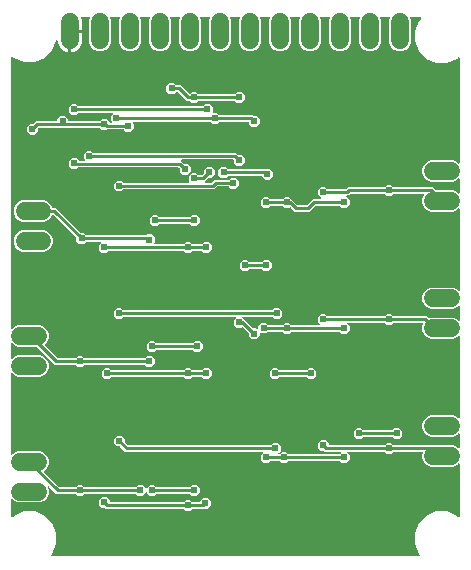
<source format=gbr>
G04 EAGLE Gerber RS-274X export*
G75*
%MOMM*%
%FSLAX34Y34*%
%LPD*%
%INBottom Copper*%
%IPPOS*%
%AMOC8*
5,1,8,0,0,1.08239X$1,22.5*%
G01*
G04 Define Apertures*
%ADD10C,1.524000*%
%ADD11C,1.500000*%
%ADD12C,0.604000*%
%ADD13C,0.254000*%
G36*
X356019Y10220D02*
X355721Y10160D01*
X44329Y10160D01*
X44065Y10207D01*
X43807Y10366D01*
X43632Y10614D01*
X43567Y10910D01*
X43622Y11208D01*
X43790Y11461D01*
X44780Y12451D01*
X48260Y20853D01*
X48260Y29947D01*
X44780Y38349D01*
X38349Y44780D01*
X29947Y48260D01*
X20853Y48260D01*
X12451Y44780D01*
X11461Y43790D01*
X11241Y43637D01*
X10946Y43567D01*
X10647Y43618D01*
X10392Y43781D01*
X10220Y44031D01*
X10160Y44329D01*
X10160Y58029D01*
X10207Y58292D01*
X10366Y58550D01*
X10614Y58725D01*
X10910Y58790D01*
X11208Y58735D01*
X11461Y58567D01*
X12788Y57240D01*
X16105Y55866D01*
X34695Y55866D01*
X38012Y57240D01*
X40550Y59778D01*
X41924Y63095D01*
X41924Y66685D01*
X41177Y68489D01*
X41120Y68744D01*
X41166Y69043D01*
X41325Y69302D01*
X41573Y69477D01*
X41869Y69542D01*
X42167Y69486D01*
X42420Y69319D01*
X48493Y63246D01*
X64632Y63246D01*
X64918Y63190D01*
X65171Y63023D01*
X66698Y61496D01*
X70462Y61496D01*
X71989Y63023D01*
X72231Y63186D01*
X72528Y63246D01*
X115432Y63246D01*
X115718Y63190D01*
X115971Y63023D01*
X117498Y61496D01*
X121262Y61496D01*
X123921Y64155D01*
X124152Y64313D01*
X124448Y64378D01*
X124746Y64323D01*
X124999Y64155D01*
X127658Y61496D01*
X131422Y61496D01*
X132949Y63023D01*
X133191Y63186D01*
X133488Y63246D01*
X161152Y63246D01*
X161438Y63190D01*
X161691Y63023D01*
X163218Y61496D01*
X166982Y61496D01*
X169644Y64158D01*
X169644Y67922D01*
X166982Y70584D01*
X163218Y70584D01*
X161691Y69057D01*
X161449Y68894D01*
X161152Y68834D01*
X133488Y68834D01*
X133202Y68890D01*
X132949Y69057D01*
X131422Y70584D01*
X127658Y70584D01*
X124999Y67925D01*
X124768Y67767D01*
X124472Y67702D01*
X124174Y67758D01*
X123921Y67925D01*
X121262Y70584D01*
X117498Y70584D01*
X115971Y69057D01*
X115729Y68894D01*
X115432Y68834D01*
X72528Y68834D01*
X72242Y68890D01*
X71989Y69057D01*
X70462Y70584D01*
X66698Y70584D01*
X65171Y69057D01*
X64929Y68894D01*
X64632Y68834D01*
X51123Y68834D01*
X50837Y68890D01*
X50584Y69057D01*
X38045Y81596D01*
X37887Y81826D01*
X37822Y82123D01*
X37878Y82421D01*
X38045Y82674D01*
X40550Y85178D01*
X41924Y88495D01*
X41924Y92085D01*
X40550Y95402D01*
X38012Y97940D01*
X34695Y99314D01*
X16105Y99314D01*
X12788Y97940D01*
X11461Y96613D01*
X11241Y96460D01*
X10946Y96390D01*
X10647Y96441D01*
X10392Y96604D01*
X10220Y96854D01*
X10160Y97151D01*
X10160Y164589D01*
X10207Y164852D01*
X10366Y165110D01*
X10614Y165285D01*
X10910Y165350D01*
X11208Y165295D01*
X11461Y165127D01*
X12788Y163800D01*
X16105Y162426D01*
X34695Y162426D01*
X38012Y163800D01*
X40550Y166338D01*
X41924Y169655D01*
X41924Y173245D01*
X40550Y176562D01*
X38012Y179100D01*
X34695Y180474D01*
X16105Y180474D01*
X12788Y179100D01*
X11461Y177773D01*
X11241Y177620D01*
X10946Y177550D01*
X10647Y177601D01*
X10392Y177764D01*
X10220Y178014D01*
X10160Y178311D01*
X10160Y189989D01*
X10207Y190252D01*
X10366Y190510D01*
X10614Y190685D01*
X10910Y190750D01*
X11208Y190695D01*
X11461Y190527D01*
X12788Y189200D01*
X16105Y187826D01*
X31427Y187826D01*
X31713Y187770D01*
X31966Y187603D01*
X47103Y172466D01*
X64632Y172466D01*
X64918Y172410D01*
X65171Y172243D01*
X66698Y170716D01*
X70462Y170716D01*
X71989Y172243D01*
X72231Y172406D01*
X72528Y172466D01*
X123052Y172466D01*
X123338Y172410D01*
X123591Y172243D01*
X125118Y170716D01*
X128882Y170716D01*
X131544Y173378D01*
X131544Y177142D01*
X128882Y179804D01*
X125118Y179804D01*
X123591Y178277D01*
X123349Y178114D01*
X123052Y178054D01*
X72528Y178054D01*
X72242Y178110D01*
X71989Y178277D01*
X70462Y179804D01*
X66698Y179804D01*
X65171Y178277D01*
X64929Y178114D01*
X64632Y178054D01*
X49733Y178054D01*
X49447Y178110D01*
X49194Y178277D01*
X38680Y188791D01*
X38522Y189021D01*
X38457Y189318D01*
X38513Y189616D01*
X38680Y189869D01*
X40550Y191738D01*
X41924Y195055D01*
X41924Y198645D01*
X40550Y201962D01*
X38012Y204500D01*
X34695Y205874D01*
X16105Y205874D01*
X12788Y204500D01*
X11461Y203173D01*
X11241Y203020D01*
X10946Y202950D01*
X10647Y203001D01*
X10392Y203164D01*
X10220Y203414D01*
X10160Y203711D01*
X10160Y432683D01*
X10207Y432947D01*
X10366Y433205D01*
X10614Y433380D01*
X10910Y433445D01*
X11208Y433390D01*
X11461Y433222D01*
X12451Y432232D01*
X20853Y428752D01*
X29947Y428752D01*
X38349Y432232D01*
X44780Y438663D01*
X48064Y446592D01*
X48204Y446813D01*
X48449Y446992D01*
X48744Y447062D01*
X49043Y447011D01*
X49298Y446847D01*
X49470Y446597D01*
X49530Y446300D01*
X49530Y445019D01*
X51077Y441285D01*
X53935Y438427D01*
X57669Y436880D01*
X58420Y436880D01*
X58420Y455930D01*
X69850Y455930D01*
X69850Y464301D01*
X69230Y465798D01*
X69172Y466066D01*
X69223Y466365D01*
X69386Y466620D01*
X69637Y466792D01*
X69934Y466852D01*
X75946Y466852D01*
X76215Y466803D01*
X76472Y466642D01*
X76645Y466393D01*
X76708Y466096D01*
X76650Y465798D01*
X75946Y464099D01*
X75946Y445221D01*
X77338Y441860D01*
X79910Y439288D01*
X83271Y437896D01*
X86909Y437896D01*
X90270Y439288D01*
X92842Y441860D01*
X94234Y445221D01*
X94234Y464099D01*
X93530Y465798D01*
X93472Y466066D01*
X93523Y466365D01*
X93687Y466620D01*
X93937Y466792D01*
X94234Y466852D01*
X101346Y466852D01*
X101615Y466803D01*
X101872Y466642D01*
X102045Y466393D01*
X102108Y466096D01*
X102050Y465798D01*
X101346Y464099D01*
X101346Y445221D01*
X102738Y441860D01*
X105310Y439288D01*
X108671Y437896D01*
X112309Y437896D01*
X115670Y439288D01*
X118242Y441860D01*
X119634Y445221D01*
X119634Y464099D01*
X118930Y465798D01*
X118872Y466066D01*
X118923Y466365D01*
X119087Y466620D01*
X119337Y466792D01*
X119634Y466852D01*
X126746Y466852D01*
X127015Y466803D01*
X127272Y466642D01*
X127445Y466393D01*
X127508Y466096D01*
X127450Y465798D01*
X126746Y464099D01*
X126746Y445221D01*
X128138Y441860D01*
X130710Y439288D01*
X134071Y437896D01*
X137709Y437896D01*
X141070Y439288D01*
X143642Y441860D01*
X145034Y445221D01*
X145034Y464099D01*
X144330Y465798D01*
X144272Y466066D01*
X144323Y466365D01*
X144487Y466620D01*
X144737Y466792D01*
X145034Y466852D01*
X152146Y466852D01*
X152415Y466803D01*
X152672Y466642D01*
X152845Y466393D01*
X152908Y466096D01*
X152850Y465798D01*
X152146Y464099D01*
X152146Y445221D01*
X153538Y441860D01*
X156110Y439288D01*
X159471Y437896D01*
X163109Y437896D01*
X166470Y439288D01*
X169042Y441860D01*
X170434Y445221D01*
X170434Y464099D01*
X169730Y465798D01*
X169672Y466066D01*
X169723Y466365D01*
X169887Y466620D01*
X170137Y466792D01*
X170434Y466852D01*
X177546Y466852D01*
X177815Y466803D01*
X178072Y466642D01*
X178245Y466393D01*
X178308Y466096D01*
X178250Y465798D01*
X177546Y464099D01*
X177546Y445221D01*
X178938Y441860D01*
X181510Y439288D01*
X184871Y437896D01*
X188509Y437896D01*
X191870Y439288D01*
X194442Y441860D01*
X195834Y445221D01*
X195834Y464099D01*
X195130Y465798D01*
X195072Y466066D01*
X195123Y466365D01*
X195287Y466620D01*
X195537Y466792D01*
X195834Y466852D01*
X202946Y466852D01*
X203215Y466803D01*
X203472Y466642D01*
X203645Y466393D01*
X203708Y466096D01*
X203650Y465798D01*
X202946Y464099D01*
X202946Y445221D01*
X204338Y441860D01*
X206910Y439288D01*
X210271Y437896D01*
X213909Y437896D01*
X217270Y439288D01*
X219842Y441860D01*
X221234Y445221D01*
X221234Y464099D01*
X220530Y465798D01*
X220472Y466066D01*
X220523Y466365D01*
X220687Y466620D01*
X220937Y466792D01*
X221234Y466852D01*
X228346Y466852D01*
X228615Y466803D01*
X228872Y466642D01*
X229045Y466393D01*
X229108Y466096D01*
X229050Y465798D01*
X228346Y464099D01*
X228346Y445221D01*
X229738Y441860D01*
X232310Y439288D01*
X235671Y437896D01*
X239309Y437896D01*
X242670Y439288D01*
X245242Y441860D01*
X246634Y445221D01*
X246634Y464099D01*
X245930Y465798D01*
X245872Y466066D01*
X245923Y466365D01*
X246087Y466620D01*
X246337Y466792D01*
X246634Y466852D01*
X253746Y466852D01*
X254015Y466803D01*
X254272Y466642D01*
X254445Y466393D01*
X254508Y466096D01*
X254450Y465798D01*
X253746Y464099D01*
X253746Y445221D01*
X255138Y441860D01*
X257710Y439288D01*
X261071Y437896D01*
X264709Y437896D01*
X268070Y439288D01*
X270642Y441860D01*
X272034Y445221D01*
X272034Y464099D01*
X271330Y465798D01*
X271272Y466066D01*
X271323Y466365D01*
X271487Y466620D01*
X271737Y466792D01*
X272034Y466852D01*
X279146Y466852D01*
X279415Y466803D01*
X279672Y466642D01*
X279845Y466393D01*
X279908Y466096D01*
X279850Y465798D01*
X279146Y464099D01*
X279146Y445221D01*
X280538Y441860D01*
X283110Y439288D01*
X286471Y437896D01*
X290109Y437896D01*
X293470Y439288D01*
X296042Y441860D01*
X297434Y445221D01*
X297434Y464099D01*
X296730Y465798D01*
X296672Y466066D01*
X296723Y466365D01*
X296887Y466620D01*
X297137Y466792D01*
X297434Y466852D01*
X304546Y466852D01*
X304815Y466803D01*
X305072Y466642D01*
X305245Y466393D01*
X305308Y466096D01*
X305250Y465798D01*
X304546Y464099D01*
X304546Y445221D01*
X305938Y441860D01*
X308510Y439288D01*
X311871Y437896D01*
X315509Y437896D01*
X318870Y439288D01*
X321442Y441860D01*
X322834Y445221D01*
X322834Y464099D01*
X322130Y465798D01*
X322072Y466066D01*
X322123Y466365D01*
X322287Y466620D01*
X322537Y466792D01*
X322834Y466852D01*
X329946Y466852D01*
X330215Y466803D01*
X330472Y466642D01*
X330645Y466393D01*
X330708Y466096D01*
X330650Y465798D01*
X329946Y464099D01*
X329946Y445221D01*
X331338Y441860D01*
X333910Y439288D01*
X337271Y437896D01*
X340909Y437896D01*
X344270Y439288D01*
X346842Y441860D01*
X348234Y445221D01*
X348234Y464099D01*
X347530Y465798D01*
X347472Y466066D01*
X347523Y466365D01*
X347687Y466620D01*
X347937Y466792D01*
X348234Y466852D01*
X356483Y466852D01*
X356747Y466805D01*
X357005Y466646D01*
X357180Y466398D01*
X357245Y466102D01*
X357190Y465804D01*
X357022Y465551D01*
X355270Y463799D01*
X351790Y455397D01*
X351790Y446303D01*
X355270Y437901D01*
X361701Y431470D01*
X370103Y427990D01*
X379197Y427990D01*
X387599Y431470D01*
X388589Y432460D01*
X388809Y432613D01*
X389104Y432683D01*
X389403Y432632D01*
X389658Y432469D01*
X389830Y432219D01*
X389890Y431921D01*
X389890Y343411D01*
X389843Y343148D01*
X389684Y342890D01*
X389436Y342715D01*
X389140Y342650D01*
X388842Y342705D01*
X388589Y342873D01*
X387262Y344200D01*
X383945Y345574D01*
X365355Y345574D01*
X362038Y344200D01*
X359500Y341662D01*
X358126Y338345D01*
X358126Y334755D01*
X359500Y331438D01*
X362038Y328900D01*
X365355Y327526D01*
X383945Y327526D01*
X387262Y328900D01*
X388589Y330227D01*
X388809Y330380D01*
X389104Y330450D01*
X389403Y330399D01*
X389658Y330236D01*
X389830Y329986D01*
X389890Y329689D01*
X389890Y318011D01*
X389843Y317748D01*
X389684Y317490D01*
X389436Y317315D01*
X389140Y317250D01*
X388842Y317305D01*
X388589Y317473D01*
X387262Y318800D01*
X383945Y320174D01*
X369893Y320174D01*
X369607Y320230D01*
X369354Y320397D01*
X366917Y322834D01*
X334148Y322834D01*
X333862Y322890D01*
X333609Y323057D01*
X332082Y324584D01*
X328318Y324584D01*
X326791Y323057D01*
X326549Y322894D01*
X326252Y322834D01*
X295163Y322834D01*
X293890Y321561D01*
X293648Y321398D01*
X293351Y321338D01*
X278268Y321338D01*
X277982Y321394D01*
X277729Y321561D01*
X276202Y323088D01*
X272438Y323088D01*
X269776Y320426D01*
X269776Y316662D01*
X272463Y313975D01*
X272616Y313755D01*
X272686Y313460D01*
X272635Y313161D01*
X272472Y312906D01*
X272221Y312734D01*
X271924Y312674D01*
X265543Y312674D01*
X260686Y307817D01*
X260444Y307654D01*
X260147Y307594D01*
X252933Y307594D01*
X252647Y307650D01*
X252394Y307817D01*
X247442Y312769D01*
X247249Y312897D01*
X245722Y314424D01*
X241958Y314424D01*
X240431Y312897D01*
X240189Y312734D01*
X239892Y312674D01*
X230008Y312674D01*
X229722Y312730D01*
X229469Y312897D01*
X227942Y314424D01*
X224178Y314424D01*
X221516Y311762D01*
X221516Y307998D01*
X224178Y305336D01*
X227942Y305336D01*
X229469Y306863D01*
X229711Y307026D01*
X230008Y307086D01*
X239892Y307086D01*
X240178Y307030D01*
X240431Y306863D01*
X241958Y305336D01*
X245722Y305336D01*
X245809Y305422D01*
X246039Y305580D01*
X246335Y305646D01*
X246633Y305590D01*
X246886Y305422D01*
X250303Y302006D01*
X262777Y302006D01*
X267634Y306863D01*
X267876Y307026D01*
X268173Y307086D01*
X288152Y307086D01*
X288438Y307030D01*
X288691Y306863D01*
X290218Y305336D01*
X293982Y305336D01*
X296644Y307998D01*
X296644Y311762D01*
X293957Y314449D01*
X293804Y314669D01*
X293734Y314964D01*
X293785Y315263D01*
X293948Y315518D01*
X294199Y315690D01*
X294496Y315750D01*
X295981Y315750D01*
X297254Y317023D01*
X297496Y317186D01*
X297793Y317246D01*
X326252Y317246D01*
X326538Y317190D01*
X326791Y317023D01*
X328318Y315496D01*
X332082Y315496D01*
X333609Y317023D01*
X333851Y317186D01*
X334148Y317246D01*
X358767Y317246D01*
X359036Y317197D01*
X359293Y317036D01*
X359466Y316787D01*
X359529Y316490D01*
X359471Y316192D01*
X358126Y312945D01*
X358126Y309355D01*
X359500Y306038D01*
X362038Y303500D01*
X365355Y302126D01*
X383945Y302126D01*
X387262Y303500D01*
X388589Y304827D01*
X388809Y304980D01*
X389104Y305050D01*
X389403Y304999D01*
X389658Y304836D01*
X389830Y304586D01*
X389890Y304289D01*
X389890Y235461D01*
X389843Y235198D01*
X389684Y234940D01*
X389436Y234765D01*
X389140Y234700D01*
X388842Y234755D01*
X388589Y234923D01*
X387262Y236250D01*
X383945Y237624D01*
X365355Y237624D01*
X362038Y236250D01*
X359500Y233712D01*
X358126Y230395D01*
X358126Y226805D01*
X359500Y223488D01*
X362038Y220950D01*
X365355Y219576D01*
X383945Y219576D01*
X387262Y220950D01*
X388589Y222277D01*
X388809Y222430D01*
X389104Y222500D01*
X389403Y222449D01*
X389658Y222286D01*
X389830Y222036D01*
X389890Y221739D01*
X389890Y210061D01*
X389843Y209798D01*
X389684Y209540D01*
X389436Y209365D01*
X389140Y209300D01*
X388842Y209355D01*
X388589Y209523D01*
X387262Y210850D01*
X383945Y212224D01*
X365355Y212224D01*
X364321Y211796D01*
X364041Y211738D01*
X363743Y211793D01*
X363490Y211961D01*
X361837Y213614D01*
X334148Y213614D01*
X333862Y213670D01*
X333609Y213837D01*
X332082Y215364D01*
X328318Y215364D01*
X326791Y213837D01*
X326549Y213674D01*
X326252Y213614D01*
X278268Y213614D01*
X277982Y213670D01*
X277729Y213837D01*
X276202Y215364D01*
X272438Y215364D01*
X269776Y212702D01*
X269776Y208938D01*
X271419Y207295D01*
X271572Y207075D01*
X271642Y206780D01*
X271591Y206481D01*
X271428Y206226D01*
X271177Y206054D01*
X270880Y205994D01*
X247788Y205994D01*
X247502Y206050D01*
X247249Y206217D01*
X245722Y207744D01*
X241958Y207744D01*
X240431Y206217D01*
X240189Y206054D01*
X239892Y205994D01*
X228215Y205994D01*
X227929Y206050D01*
X227676Y206217D01*
X225776Y208118D01*
X222011Y208118D01*
X219350Y205456D01*
X219350Y203531D01*
X219303Y203268D01*
X219143Y203010D01*
X218896Y202834D01*
X218600Y202769D01*
X218302Y202825D01*
X218049Y202992D01*
X217782Y203259D01*
X215028Y203259D01*
X214742Y203315D01*
X214489Y203482D01*
X206802Y211169D01*
X206609Y211297D01*
X206101Y211805D01*
X205948Y212025D01*
X205878Y212320D01*
X205929Y212619D01*
X206092Y212874D01*
X206343Y213046D01*
X206640Y213106D01*
X231002Y213106D01*
X231288Y213050D01*
X231541Y212883D01*
X233068Y211356D01*
X236832Y211356D01*
X239494Y214018D01*
X239494Y217782D01*
X236832Y220444D01*
X233068Y220444D01*
X231541Y218917D01*
X231299Y218754D01*
X231002Y218694D01*
X105548Y218694D01*
X105262Y218750D01*
X105009Y218917D01*
X103482Y220444D01*
X99718Y220444D01*
X97056Y217782D01*
X97056Y214018D01*
X99718Y211356D01*
X103482Y211356D01*
X105009Y212883D01*
X105251Y213046D01*
X105548Y213106D01*
X199760Y213106D01*
X200024Y213059D01*
X200282Y212900D01*
X200457Y212652D01*
X200522Y212356D01*
X200467Y212058D01*
X200299Y211805D01*
X198656Y210162D01*
X198656Y206398D01*
X201318Y203736D01*
X205082Y203736D01*
X205169Y203822D01*
X205399Y203980D01*
X205695Y204046D01*
X205993Y203990D01*
X206246Y203822D01*
X211133Y198936D01*
X211296Y198694D01*
X211356Y198397D01*
X211356Y196833D01*
X214018Y194171D01*
X217782Y194171D01*
X220444Y196833D01*
X220444Y198757D01*
X220491Y199021D01*
X220650Y199279D01*
X220898Y199454D01*
X221194Y199519D01*
X221492Y199464D01*
X221745Y199296D01*
X222011Y199030D01*
X225776Y199030D01*
X226929Y200183D01*
X227171Y200346D01*
X227468Y200406D01*
X239892Y200406D01*
X240178Y200350D01*
X240431Y200183D01*
X241958Y198656D01*
X245722Y198656D01*
X247249Y200183D01*
X247491Y200346D01*
X247788Y200406D01*
X288152Y200406D01*
X288438Y200350D01*
X288691Y200183D01*
X290218Y198656D01*
X293982Y198656D01*
X296644Y201318D01*
X296644Y205082D01*
X295001Y206725D01*
X294848Y206945D01*
X294778Y207240D01*
X294829Y207539D01*
X294992Y207794D01*
X295243Y207966D01*
X295540Y208026D01*
X326252Y208026D01*
X326538Y207970D01*
X326791Y207803D01*
X328318Y206276D01*
X332082Y206276D01*
X333609Y207803D01*
X333851Y207966D01*
X334148Y208026D01*
X358241Y208026D01*
X358510Y207977D01*
X358767Y207816D01*
X358940Y207567D01*
X359003Y207270D01*
X358945Y206972D01*
X358126Y204995D01*
X358126Y201405D01*
X359500Y198088D01*
X362038Y195550D01*
X365355Y194176D01*
X383945Y194176D01*
X387262Y195550D01*
X388589Y196877D01*
X388809Y197030D01*
X389104Y197100D01*
X389403Y197049D01*
X389658Y196886D01*
X389830Y196636D01*
X389890Y196339D01*
X389890Y127751D01*
X389843Y127488D01*
X389684Y127230D01*
X389436Y127055D01*
X389140Y126990D01*
X388842Y127045D01*
X388589Y127213D01*
X387502Y128300D01*
X384185Y129674D01*
X365595Y129674D01*
X362278Y128300D01*
X359740Y125762D01*
X358366Y122445D01*
X358366Y118855D01*
X359740Y115538D01*
X362278Y113000D01*
X365595Y111626D01*
X384185Y111626D01*
X387502Y113000D01*
X388589Y114087D01*
X388809Y114240D01*
X389104Y114310D01*
X389403Y114259D01*
X389658Y114096D01*
X389830Y113846D01*
X389890Y113549D01*
X389890Y102351D01*
X389843Y102088D01*
X389684Y101830D01*
X389436Y101655D01*
X389140Y101590D01*
X388842Y101645D01*
X388589Y101813D01*
X387502Y102900D01*
X384185Y104274D01*
X370053Y104274D01*
X369767Y104330D01*
X369670Y104394D01*
X334148Y104394D01*
X333862Y104450D01*
X333609Y104617D01*
X332082Y106144D01*
X328318Y106144D01*
X326791Y104617D01*
X326549Y104454D01*
X326252Y104394D01*
X279626Y104394D01*
X279351Y104445D01*
X279096Y104609D01*
X278924Y104859D01*
X278864Y105156D01*
X278864Y106022D01*
X276202Y108684D01*
X272438Y108684D01*
X269776Y106022D01*
X269776Y102258D01*
X272438Y99596D01*
X274597Y99596D01*
X274883Y99540D01*
X275136Y99373D01*
X275703Y98806D01*
X288660Y98806D01*
X288924Y98759D01*
X289182Y98600D01*
X289357Y98352D01*
X289422Y98056D01*
X289367Y97758D01*
X289199Y97505D01*
X288691Y96997D01*
X288449Y96834D01*
X288152Y96774D01*
X245248Y96774D01*
X244962Y96830D01*
X244709Y96997D01*
X243182Y98524D01*
X239418Y98524D01*
X237891Y96997D01*
X237649Y96834D01*
X237352Y96774D01*
X237120Y96774D01*
X236857Y96821D01*
X236598Y96980D01*
X236423Y97228D01*
X236358Y97524D01*
X236414Y97822D01*
X236581Y98075D01*
X238224Y99718D01*
X238224Y103482D01*
X235562Y106144D01*
X231798Y106144D01*
X230271Y104617D01*
X230029Y104454D01*
X229732Y104394D01*
X109423Y104394D01*
X109137Y104450D01*
X108884Y104617D01*
X106367Y107134D01*
X106204Y107376D01*
X106144Y107673D01*
X106144Y109832D01*
X103482Y112494D01*
X99718Y112494D01*
X97056Y109832D01*
X97056Y106068D01*
X99718Y103406D01*
X101877Y103406D01*
X102163Y103350D01*
X102416Y103183D01*
X106793Y98806D01*
X222620Y98806D01*
X222884Y98759D01*
X223142Y98600D01*
X223317Y98352D01*
X223382Y98056D01*
X223327Y97758D01*
X223159Y97505D01*
X221516Y95862D01*
X221516Y92098D01*
X224178Y89436D01*
X227942Y89436D01*
X229469Y90963D01*
X229711Y91126D01*
X230008Y91186D01*
X237352Y91186D01*
X237638Y91130D01*
X237891Y90963D01*
X239418Y89436D01*
X243182Y89436D01*
X244709Y90963D01*
X244951Y91126D01*
X245248Y91186D01*
X288152Y91186D01*
X288438Y91130D01*
X288691Y90963D01*
X290218Y89436D01*
X293982Y89436D01*
X296644Y92098D01*
X296644Y95862D01*
X295001Y97505D01*
X294848Y97725D01*
X294778Y98020D01*
X294829Y98319D01*
X294992Y98574D01*
X295243Y98746D01*
X295540Y98806D01*
X326252Y98806D01*
X326538Y98750D01*
X326791Y98583D01*
X328318Y97056D01*
X332082Y97056D01*
X333609Y98583D01*
X333851Y98746D01*
X334148Y98806D01*
X357955Y98806D01*
X358224Y98757D01*
X358481Y98596D01*
X358654Y98347D01*
X358717Y98050D01*
X358659Y97752D01*
X358366Y97045D01*
X358366Y93455D01*
X359740Y90138D01*
X362278Y87600D01*
X365595Y86226D01*
X384185Y86226D01*
X387502Y87600D01*
X388589Y88687D01*
X388809Y88840D01*
X389104Y88910D01*
X389403Y88859D01*
X389658Y88696D01*
X389830Y88446D01*
X389890Y88149D01*
X389890Y44329D01*
X389843Y44065D01*
X389684Y43807D01*
X389436Y43632D01*
X389140Y43567D01*
X388842Y43622D01*
X388589Y43790D01*
X387599Y44780D01*
X379197Y48260D01*
X370103Y48260D01*
X361701Y44780D01*
X355270Y38349D01*
X351790Y29947D01*
X351790Y20853D01*
X355270Y12451D01*
X356260Y11461D01*
X356413Y11241D01*
X356483Y10946D01*
X356432Y10647D01*
X356269Y10392D01*
X356019Y10220D01*
G37*
%LPC*%
G36*
X60960Y436880D02*
X61711Y436880D01*
X65445Y438427D01*
X68303Y441285D01*
X69850Y445019D01*
X69850Y453390D01*
X60960Y453390D01*
X60960Y436880D01*
G37*
G36*
X163218Y394236D02*
X166982Y394236D01*
X168509Y395763D01*
X168751Y395926D01*
X169048Y395986D01*
X199224Y395986D01*
X199510Y395930D01*
X199763Y395763D01*
X201290Y394236D01*
X205054Y394236D01*
X207716Y396898D01*
X207716Y400662D01*
X205054Y403324D01*
X201290Y403324D01*
X199763Y401797D01*
X199521Y401634D01*
X199224Y401574D01*
X169048Y401574D01*
X168762Y401630D01*
X168509Y401797D01*
X166982Y403324D01*
X163218Y403324D01*
X161861Y401968D01*
X161631Y401810D01*
X161335Y401744D01*
X161037Y401800D01*
X160784Y401968D01*
X153557Y409194D01*
X149998Y409194D01*
X149712Y409250D01*
X149459Y409417D01*
X147932Y410944D01*
X144168Y410944D01*
X141506Y408282D01*
X141506Y404518D01*
X144168Y401856D01*
X147932Y401856D01*
X149459Y403383D01*
X149701Y403546D01*
X149998Y403606D01*
X150927Y403606D01*
X151213Y403550D01*
X151466Y403383D01*
X158863Y395986D01*
X161152Y395986D01*
X161438Y395930D01*
X161691Y395763D01*
X163218Y394236D01*
G37*
G36*
X26058Y367331D02*
X29822Y367331D01*
X32484Y369992D01*
X32484Y372152D01*
X32540Y372438D01*
X32707Y372690D01*
X32920Y372903D01*
X33161Y373066D01*
X33458Y373126D01*
X84952Y373126D01*
X85238Y373070D01*
X85491Y372903D01*
X87018Y371376D01*
X90782Y371376D01*
X90813Y371407D01*
X91055Y371570D01*
X91352Y371630D01*
X105272Y371630D01*
X105558Y371574D01*
X105811Y371407D01*
X107338Y369880D01*
X111102Y369880D01*
X113764Y372542D01*
X113764Y376306D01*
X113165Y376905D01*
X113012Y377125D01*
X112942Y377420D01*
X112993Y377719D01*
X113156Y377974D01*
X113407Y378146D01*
X113704Y378206D01*
X178932Y378206D01*
X179218Y378150D01*
X179471Y377983D01*
X180998Y376456D01*
X184762Y376456D01*
X186289Y377983D01*
X186531Y378146D01*
X186828Y378206D01*
X210594Y378206D01*
X210869Y378155D01*
X211124Y377991D01*
X211296Y377741D01*
X211356Y377444D01*
X211356Y376578D01*
X214018Y373916D01*
X217782Y373916D01*
X220444Y376578D01*
X220444Y380342D01*
X217782Y383004D01*
X215623Y383004D01*
X215337Y383060D01*
X215084Y383227D01*
X214517Y383794D01*
X186828Y383794D01*
X186542Y383850D01*
X186289Y384017D01*
X184762Y385544D01*
X181494Y385544D01*
X181231Y385591D01*
X180972Y385750D01*
X180797Y385998D01*
X180732Y386294D01*
X180788Y386592D01*
X180848Y386683D01*
X180848Y390502D01*
X178186Y393164D01*
X174422Y393164D01*
X172895Y391637D01*
X172653Y391474D01*
X172356Y391414D01*
X67448Y391414D01*
X67162Y391470D01*
X66909Y391637D01*
X65382Y393164D01*
X61618Y393164D01*
X58956Y390502D01*
X58956Y386738D01*
X61618Y384076D01*
X65382Y384076D01*
X66909Y385603D01*
X67151Y385766D01*
X67448Y385826D01*
X95620Y385826D01*
X95884Y385779D01*
X96142Y385620D01*
X96317Y385372D01*
X96382Y385076D01*
X96327Y384778D01*
X96159Y384525D01*
X94516Y382882D01*
X94516Y379118D01*
X95115Y378519D01*
X95268Y378299D01*
X95338Y378004D01*
X95287Y377705D01*
X95124Y377450D01*
X94873Y377278D01*
X94576Y377218D01*
X94206Y377218D01*
X93931Y377269D01*
X93676Y377433D01*
X93504Y377683D01*
X93489Y377757D01*
X90782Y380464D01*
X87018Y380464D01*
X85491Y378937D01*
X85249Y378774D01*
X84952Y378714D01*
X58916Y378714D01*
X58641Y378765D01*
X58386Y378929D01*
X58214Y379179D01*
X58154Y379476D01*
X58154Y380612D01*
X55492Y383274D01*
X51728Y383274D01*
X49066Y380612D01*
X49066Y379476D01*
X49015Y379201D01*
X48851Y378946D01*
X48601Y378774D01*
X48304Y378714D01*
X30828Y378714D01*
X28756Y376642D01*
X28514Y376479D01*
X28217Y376419D01*
X26058Y376419D01*
X23396Y373757D01*
X23396Y369992D01*
X26058Y367331D01*
G37*
G36*
X155598Y333276D02*
X159362Y333276D01*
X162024Y335938D01*
X162024Y339702D01*
X159362Y342364D01*
X157203Y342364D01*
X156917Y342420D01*
X156664Y342587D01*
X154322Y344929D01*
X154169Y345149D01*
X154099Y345444D01*
X154150Y345743D01*
X154314Y345998D01*
X154564Y346170D01*
X154861Y346230D01*
X197894Y346230D01*
X198169Y346179D01*
X198424Y346015D01*
X198596Y345765D01*
X198656Y345468D01*
X198656Y343558D01*
X201318Y340896D01*
X205082Y340896D01*
X207744Y343558D01*
X207744Y347322D01*
X205082Y349984D01*
X202923Y349984D01*
X202637Y350040D01*
X202384Y350207D01*
X200773Y351818D01*
X80148Y351818D01*
X79862Y351874D01*
X79609Y352041D01*
X78082Y353568D01*
X74318Y353568D01*
X71656Y350906D01*
X71656Y347142D01*
X72255Y346543D01*
X72408Y346323D01*
X72478Y346028D01*
X72427Y345729D01*
X72264Y345474D01*
X72013Y345302D01*
X71716Y345242D01*
X67900Y345242D01*
X67614Y345298D01*
X67361Y345465D01*
X65382Y347444D01*
X61618Y347444D01*
X58956Y344782D01*
X58956Y341018D01*
X61618Y338356D01*
X65382Y338356D01*
X66457Y339431D01*
X66699Y339594D01*
X66996Y339654D01*
X151379Y339654D01*
X151665Y339598D01*
X151918Y339431D01*
X152713Y338636D01*
X152876Y338394D01*
X152936Y338097D01*
X152936Y335938D01*
X155598Y333276D01*
G37*
G36*
X225222Y329240D02*
X228986Y329240D01*
X231648Y331902D01*
X231648Y335666D01*
X228986Y338328D01*
X225222Y338328D01*
X225191Y338297D01*
X224949Y338134D01*
X224652Y338074D01*
X193968Y338074D01*
X193682Y338130D01*
X193429Y338297D01*
X191902Y339824D01*
X188138Y339824D01*
X185476Y337162D01*
X185476Y333398D01*
X188138Y330736D01*
X191902Y330736D01*
X193429Y332263D01*
X193671Y332426D01*
X193968Y332486D01*
X221798Y332486D01*
X222073Y332435D01*
X222328Y332271D01*
X222500Y332021D01*
X222515Y331947D01*
X225222Y329240D01*
G37*
G36*
X99718Y319306D02*
X103482Y319306D01*
X105009Y320833D01*
X105251Y320996D01*
X105548Y321056D01*
X160677Y321056D01*
X160963Y321000D01*
X161216Y320833D01*
X161219Y320830D01*
X181905Y320830D01*
X184250Y323175D01*
X184492Y323338D01*
X184789Y323398D01*
X194172Y323398D01*
X194458Y323342D01*
X194711Y323175D01*
X196238Y321648D01*
X200002Y321648D01*
X202664Y324310D01*
X202664Y328074D01*
X200002Y330736D01*
X196238Y330736D01*
X194711Y329209D01*
X194469Y329046D01*
X194172Y328986D01*
X182159Y328986D01*
X179814Y326641D01*
X179572Y326478D01*
X179275Y326418D01*
X174729Y326418D01*
X174466Y326465D01*
X174208Y326624D01*
X174032Y326872D01*
X173967Y327168D01*
X174023Y327466D01*
X174190Y327719D01*
X176984Y330513D01*
X177226Y330676D01*
X177523Y330736D01*
X179682Y330736D01*
X182344Y333398D01*
X182344Y337162D01*
X179682Y339824D01*
X175918Y339824D01*
X173256Y337162D01*
X173256Y335003D01*
X173200Y334717D01*
X173033Y334464D01*
X171786Y333217D01*
X171544Y333054D01*
X171247Y332994D01*
X169048Y332994D01*
X168762Y333050D01*
X168509Y333217D01*
X166982Y334744D01*
X163218Y334744D01*
X160556Y332082D01*
X160556Y328318D01*
X160929Y327945D01*
X161082Y327725D01*
X161152Y327430D01*
X161101Y327131D01*
X160938Y326876D01*
X160687Y326704D01*
X160390Y326644D01*
X105548Y326644D01*
X105262Y326700D01*
X105009Y326867D01*
X103482Y328394D01*
X99718Y328394D01*
X97056Y325732D01*
X97056Y321968D01*
X99718Y319306D01*
G37*
G36*
X87018Y267236D02*
X90782Y267236D01*
X92309Y268763D01*
X92551Y268926D01*
X92848Y268986D01*
X156072Y268986D01*
X156358Y268930D01*
X156611Y268763D01*
X158138Y267236D01*
X161902Y267236D01*
X163429Y268763D01*
X163671Y268926D01*
X163968Y268986D01*
X171312Y268986D01*
X171598Y268930D01*
X171851Y268763D01*
X173378Y267236D01*
X177142Y267236D01*
X179804Y269898D01*
X179804Y273662D01*
X177142Y276324D01*
X173378Y276324D01*
X171851Y274797D01*
X171609Y274634D01*
X171312Y274574D01*
X163968Y274574D01*
X163682Y274630D01*
X163429Y274797D01*
X161902Y276324D01*
X158138Y276324D01*
X156611Y274797D01*
X156369Y274634D01*
X156072Y274574D01*
X131484Y274574D01*
X131221Y274621D01*
X130962Y274780D01*
X130787Y275028D01*
X130722Y275324D01*
X130778Y275622D01*
X130945Y275875D01*
X131544Y276474D01*
X131544Y280238D01*
X128882Y282900D01*
X125118Y282900D01*
X124635Y282417D01*
X124393Y282254D01*
X124096Y282194D01*
X73798Y282194D01*
X73512Y282250D01*
X73259Y282417D01*
X71732Y283944D01*
X69573Y283944D01*
X69287Y284000D01*
X69034Y284167D01*
X47727Y305475D01*
X45546Y305475D01*
X45266Y305528D01*
X45011Y305693D01*
X44842Y305945D01*
X44077Y307792D01*
X41538Y310331D01*
X38222Y311705D01*
X19632Y311705D01*
X16315Y310331D01*
X13776Y307792D01*
X12403Y304476D01*
X12403Y300886D01*
X13776Y297569D01*
X16315Y295030D01*
X19632Y293657D01*
X38222Y293657D01*
X41538Y295030D01*
X44077Y297569D01*
X44710Y299098D01*
X44859Y299328D01*
X45106Y299504D01*
X45402Y299569D01*
X45700Y299513D01*
X45953Y299346D01*
X65083Y280216D01*
X65246Y279974D01*
X65306Y279677D01*
X65306Y277518D01*
X67968Y274856D01*
X71732Y274856D01*
X73259Y276383D01*
X73501Y276546D01*
X73798Y276606D01*
X85460Y276606D01*
X85724Y276559D01*
X85982Y276400D01*
X86157Y276152D01*
X86222Y275856D01*
X86167Y275558D01*
X85999Y275305D01*
X84356Y273662D01*
X84356Y269898D01*
X87018Y267236D01*
G37*
G36*
X130198Y290096D02*
X133962Y290096D01*
X135489Y291623D01*
X135731Y291786D01*
X136028Y291846D01*
X161152Y291846D01*
X161438Y291790D01*
X161691Y291623D01*
X163218Y290096D01*
X166982Y290096D01*
X169644Y292758D01*
X169644Y296522D01*
X166982Y299184D01*
X163218Y299184D01*
X161691Y297657D01*
X161449Y297494D01*
X161152Y297434D01*
X136028Y297434D01*
X135742Y297490D01*
X135489Y297657D01*
X133962Y299184D01*
X130198Y299184D01*
X127536Y296522D01*
X127536Y292758D01*
X130198Y290096D01*
G37*
G36*
X19632Y268257D02*
X38222Y268257D01*
X41538Y269630D01*
X44077Y272169D01*
X45451Y275486D01*
X45451Y279076D01*
X44077Y282392D01*
X41538Y284931D01*
X38222Y286305D01*
X19632Y286305D01*
X16315Y284931D01*
X13776Y282392D01*
X12403Y279076D01*
X12403Y275486D01*
X13776Y272169D01*
X16315Y269630D01*
X19632Y268257D01*
G37*
G36*
X206323Y251996D02*
X210088Y251996D01*
X211615Y253523D01*
X211856Y253686D01*
X212153Y253746D01*
X222112Y253746D01*
X222398Y253690D01*
X222651Y253523D01*
X224178Y251996D01*
X227942Y251996D01*
X230604Y254658D01*
X230604Y258422D01*
X227942Y261084D01*
X224178Y261084D01*
X222651Y259557D01*
X222409Y259394D01*
X222112Y259334D01*
X212153Y259334D01*
X211867Y259390D01*
X211615Y259557D01*
X210088Y261084D01*
X206323Y261084D01*
X203662Y258422D01*
X203662Y254658D01*
X206323Y251996D01*
G37*
G36*
X127658Y183416D02*
X131422Y183416D01*
X132949Y184943D01*
X133191Y185106D01*
X133488Y185166D01*
X163692Y185166D01*
X163978Y185110D01*
X164231Y184943D01*
X165758Y183416D01*
X169522Y183416D01*
X172184Y186078D01*
X172184Y189842D01*
X169522Y192504D01*
X165758Y192504D01*
X164231Y190977D01*
X163989Y190814D01*
X163692Y190754D01*
X133488Y190754D01*
X133202Y190810D01*
X132949Y190977D01*
X131422Y192504D01*
X127658Y192504D01*
X124996Y189842D01*
X124996Y186078D01*
X127658Y183416D01*
G37*
G36*
X89558Y160556D02*
X93322Y160556D01*
X94849Y162083D01*
X95091Y162246D01*
X95388Y162306D01*
X156072Y162306D01*
X156358Y162250D01*
X156611Y162083D01*
X158138Y160556D01*
X161902Y160556D01*
X163429Y162083D01*
X163671Y162246D01*
X163968Y162306D01*
X171312Y162306D01*
X171598Y162250D01*
X171851Y162083D01*
X173378Y160556D01*
X177142Y160556D01*
X179804Y163218D01*
X179804Y166982D01*
X177142Y169644D01*
X173378Y169644D01*
X171851Y168117D01*
X171609Y167954D01*
X171312Y167894D01*
X163968Y167894D01*
X163682Y167950D01*
X163429Y168117D01*
X161902Y169644D01*
X158138Y169644D01*
X156611Y168117D01*
X156369Y167954D01*
X156072Y167894D01*
X95388Y167894D01*
X95102Y167950D01*
X94849Y168117D01*
X93322Y169644D01*
X89558Y169644D01*
X86896Y166982D01*
X86896Y163218D01*
X89558Y160556D01*
G37*
G36*
X231798Y160556D02*
X235562Y160556D01*
X237089Y162083D01*
X237331Y162246D01*
X237628Y162306D01*
X259820Y162306D01*
X260106Y162250D01*
X260359Y162083D01*
X261886Y160556D01*
X265650Y160556D01*
X268312Y163218D01*
X268312Y166982D01*
X265650Y169644D01*
X261886Y169644D01*
X260359Y168117D01*
X260117Y167954D01*
X259820Y167894D01*
X237628Y167894D01*
X237342Y167950D01*
X237089Y168117D01*
X235562Y169644D01*
X231798Y169644D01*
X229136Y166982D01*
X229136Y163218D01*
X231798Y160556D01*
G37*
G36*
X302918Y109756D02*
X306682Y109756D01*
X308209Y111283D01*
X308451Y111446D01*
X308748Y111506D01*
X332602Y111506D01*
X332888Y111450D01*
X333141Y111283D01*
X334668Y109756D01*
X338432Y109756D01*
X341094Y112418D01*
X341094Y116182D01*
X338432Y118844D01*
X334668Y118844D01*
X333141Y117317D01*
X332899Y117154D01*
X332602Y117094D01*
X308748Y117094D01*
X308462Y117150D01*
X308209Y117317D01*
X306682Y118844D01*
X302918Y118844D01*
X300256Y116182D01*
X300256Y112418D01*
X302918Y109756D01*
G37*
G36*
X158138Y48796D02*
X161902Y48796D01*
X163429Y50323D01*
X163671Y50486D01*
X163968Y50546D01*
X172208Y50546D01*
X172372Y50514D01*
X176320Y50514D01*
X178982Y53176D01*
X178982Y56940D01*
X176320Y59602D01*
X172556Y59602D01*
X169894Y56940D01*
X169894Y56896D01*
X169843Y56621D01*
X169679Y56366D01*
X169429Y56194D01*
X169132Y56134D01*
X163968Y56134D01*
X163682Y56190D01*
X163429Y56357D01*
X161902Y57884D01*
X158138Y57884D01*
X156611Y56357D01*
X156369Y56194D01*
X156072Y56134D01*
X94206Y56134D01*
X93931Y56185D01*
X93676Y56349D01*
X93504Y56599D01*
X93444Y56896D01*
X93444Y57762D01*
X90782Y60424D01*
X87018Y60424D01*
X84356Y57762D01*
X84356Y53998D01*
X87018Y51336D01*
X89177Y51336D01*
X89463Y51280D01*
X89716Y51113D01*
X90283Y50546D01*
X156072Y50546D01*
X156358Y50490D01*
X156611Y50323D01*
X158138Y48796D01*
G37*
%LPD*%
D10*
X59690Y447040D02*
X59690Y462280D01*
X85090Y462280D02*
X85090Y447040D01*
X110490Y447040D02*
X110490Y462280D01*
X135890Y462280D02*
X135890Y447040D01*
X161290Y447040D02*
X161290Y462280D01*
X186690Y462280D02*
X186690Y447040D01*
X212090Y447040D02*
X212090Y462280D01*
X237490Y462280D02*
X237490Y447040D01*
X262890Y447040D02*
X262890Y462280D01*
X288290Y462280D02*
X288290Y447040D01*
X313690Y447040D02*
X313690Y462280D01*
X339090Y462280D02*
X339090Y447040D01*
D11*
X367390Y95250D02*
X382390Y95250D01*
X382390Y120650D02*
X367390Y120650D01*
X367150Y203200D02*
X382150Y203200D01*
X382150Y228600D02*
X367150Y228600D01*
X367150Y311150D02*
X382150Y311150D01*
X382150Y336550D02*
X367150Y336550D01*
X36427Y302681D02*
X21427Y302681D01*
X21427Y277281D02*
X36427Y277281D01*
X32900Y196850D02*
X17900Y196850D01*
X17900Y171450D02*
X32900Y171450D01*
X32900Y90290D02*
X17900Y90290D01*
X17900Y64890D02*
X32900Y64890D01*
D12*
X33020Y420370D03*
X154940Y416560D03*
X147320Y355600D03*
X271780Y157480D03*
X68580Y226060D03*
X63500Y332740D03*
X193040Y279400D03*
X185420Y170180D03*
X185420Y208280D03*
X71120Y119380D03*
X193040Y50800D03*
X144780Y88900D03*
X185420Y88900D03*
X274320Y375920D03*
X274320Y264160D03*
X256540Y311376D03*
X256540Y350520D03*
X254000Y246380D03*
X256540Y209776D03*
X183924Y317500D03*
X215900Y139700D03*
X254000Y139700D03*
X256540Y101600D03*
X274320Y50800D03*
X71120Y15240D03*
X88900Y375920D03*
X109220Y374424D03*
D13*
X89760Y375920D02*
X88900Y375920D01*
X89760Y375920D02*
X91256Y374424D01*
X109220Y374424D01*
D12*
X27940Y371875D03*
X53610Y378730D03*
D13*
X52373Y377493D01*
X31986Y375920D02*
X27940Y371875D01*
X31986Y375920D02*
X88900Y375920D01*
X53945Y375920D01*
X52373Y377493D01*
D12*
X165100Y398780D03*
D13*
X160020Y398780D01*
X152400Y406400D01*
X146050Y406400D01*
D12*
X146050Y406400D03*
X203172Y398780D03*
D13*
X165100Y398780D01*
D12*
X63500Y388620D03*
X176304Y388620D03*
D13*
X63500Y388620D01*
D12*
X182880Y381000D03*
D13*
X213360Y381000D01*
X215900Y378460D01*
D12*
X215900Y378460D03*
D13*
X182880Y381000D02*
X99060Y381000D01*
D12*
X99060Y381000D03*
X101600Y323850D03*
X198120Y326192D03*
D13*
X162376Y323624D02*
X162150Y323850D01*
X101600Y323850D01*
X162376Y323624D02*
X180748Y323624D01*
X183316Y326192D02*
X198120Y326192D01*
X183316Y326192D02*
X180748Y323624D01*
D12*
X101600Y215900D03*
D13*
X234950Y215900D01*
D12*
X234950Y215900D03*
D13*
X233680Y101600D02*
X107950Y101600D01*
X101600Y107950D01*
D12*
X101600Y107950D03*
X233680Y101600D03*
X233680Y165100D03*
D13*
X263768Y165100D01*
D12*
X263768Y165100D03*
X336550Y114300D03*
D13*
X304800Y114300D01*
D12*
X304800Y114300D03*
X63500Y342900D03*
X157480Y337820D03*
D13*
X152852Y342448D02*
X63952Y342448D01*
X63500Y342900D01*
X152852Y342448D02*
X157480Y337820D01*
D12*
X76200Y349024D03*
D13*
X199616Y349024D01*
X203200Y345440D01*
D12*
X203200Y345440D03*
X226060Y256540D03*
X208206Y256540D03*
D13*
X226060Y256540D01*
D12*
X165100Y294640D03*
D13*
X132080Y294640D01*
D12*
X132080Y294640D03*
X167640Y187960D03*
D13*
X129540Y187960D01*
D12*
X129540Y187960D03*
X165100Y66040D03*
D13*
X129540Y66040D01*
D12*
X129540Y66040D03*
X177800Y335280D03*
D13*
X172720Y330200D01*
X165100Y330200D01*
D12*
X165100Y330200D03*
X190020Y335280D03*
D13*
X226060Y335280D01*
X227104Y334236D01*
D12*
X227104Y333784D03*
D13*
X227104Y334236D01*
D12*
X203200Y208280D03*
D13*
X205740Y208280D01*
D12*
X215900Y198715D03*
D13*
X215305Y198715D02*
X205740Y208280D01*
X215305Y198715D02*
X215900Y198715D01*
D12*
X175260Y271780D03*
D13*
X160020Y271780D01*
D12*
X160020Y271780D03*
X88900Y271780D03*
D13*
X160020Y271780D01*
X124460Y279400D02*
X69850Y279400D01*
D12*
X69850Y279400D03*
X127000Y278356D03*
D13*
X125504Y278356D01*
X124460Y279400D01*
X69850Y279400D02*
X46570Y302681D01*
X28927Y302681D01*
D12*
X91440Y165100D03*
D13*
X160020Y165100D01*
D12*
X160020Y165100D03*
X175260Y165100D03*
D13*
X160020Y165100D01*
D12*
X68580Y175260D03*
D13*
X127000Y175260D01*
D12*
X127000Y175260D03*
D13*
X48260Y175260D02*
X26670Y196850D01*
X48260Y175260D02*
X68580Y175260D01*
X26670Y196850D02*
X25400Y196850D01*
D12*
X88900Y55880D03*
X174438Y55058D03*
D13*
X160020Y53340D02*
X91440Y53340D01*
X160020Y53340D02*
X172720Y53340D01*
X91440Y53340D02*
X88900Y55880D01*
X172720Y53340D02*
X174438Y55058D01*
D12*
X160020Y53340D03*
X68580Y66040D03*
D13*
X119380Y66040D01*
D12*
X119380Y66040D03*
D13*
X68580Y66040D02*
X49650Y66040D01*
X25400Y90290D01*
D12*
X226060Y309880D03*
D13*
X241300Y309880D01*
X246380Y309880D01*
X251460Y304800D01*
X261620Y304800D01*
X266700Y309880D01*
X292100Y309880D01*
D12*
X292100Y309880D03*
X243840Y309880D03*
D13*
X241300Y309880D01*
D12*
X330200Y320040D03*
D13*
X365760Y320040D01*
D12*
X274320Y318544D03*
D13*
X296320Y320040D02*
X330200Y320040D01*
X296320Y320040D02*
X294824Y318544D01*
X274320Y318544D01*
X365760Y320040D02*
X374650Y311150D01*
D12*
X292100Y203200D03*
D13*
X243840Y203200D01*
D12*
X243840Y203200D03*
X223894Y203574D03*
D13*
X224267Y203200D01*
X243840Y203200D01*
D12*
X330200Y210820D03*
D13*
X274320Y210820D01*
D12*
X274320Y210820D03*
D13*
X360680Y210820D02*
X368300Y203200D01*
X360680Y210820D02*
X330200Y210820D01*
X368300Y203200D02*
X374650Y203200D01*
D12*
X241300Y93980D03*
D13*
X226060Y93980D01*
D12*
X226060Y93980D03*
X292100Y93980D03*
D13*
X241300Y93980D01*
D12*
X330200Y101600D03*
D13*
X368460Y101600D01*
X330200Y101600D02*
X276860Y101600D01*
X274320Y104140D01*
D12*
X274320Y104140D03*
D13*
X374810Y95250D02*
X374890Y95250D01*
X374810Y95250D02*
X368460Y101600D01*
M02*

</source>
